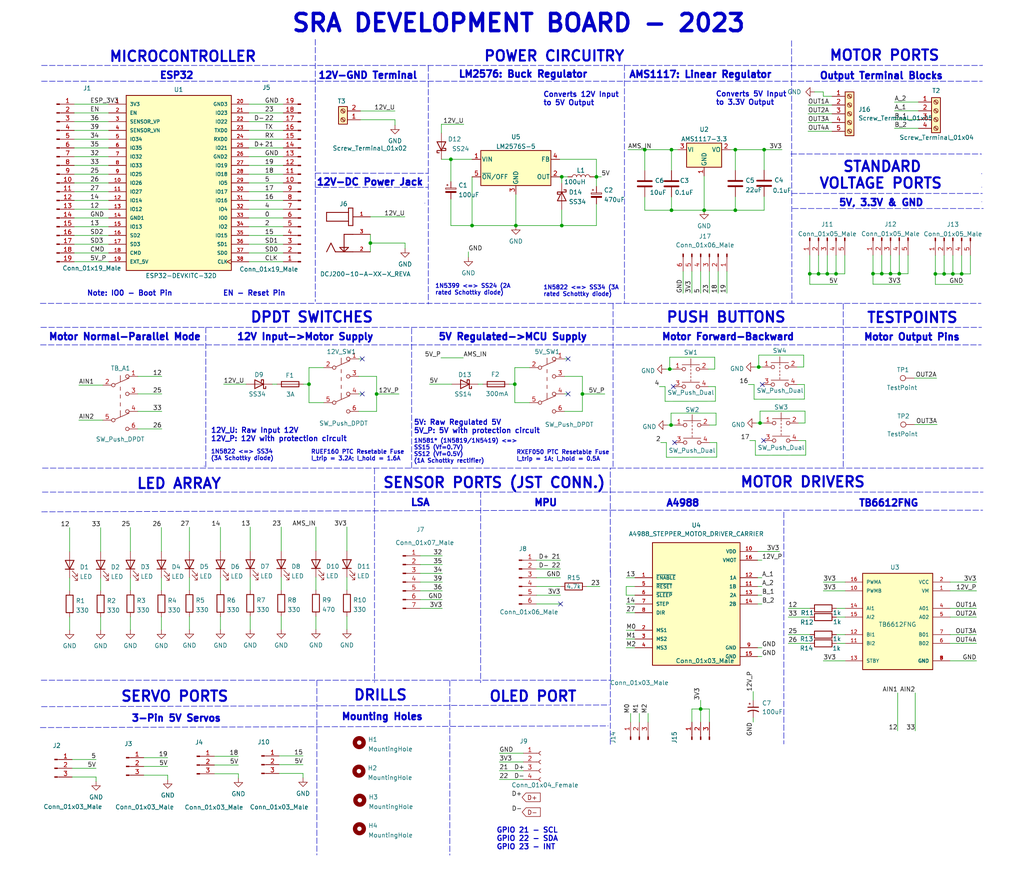
<source format=kicad_sch>
(kicad_sch (version 20211123) (generator eeschema)
  (paper "User" 297.002 259.994)
  (junction (at 220.0402 106.5022))
  (junction (at 186.9948 43.434))
  (junction (at 239.9284 79.4512))
  (junction (at 162.9156 51.308))
  (junction (at 276.352 79.4766))
  (junction (at 109.22 114.3254))
  (junction (at 260.8072 79.4258))
  (junction (at 213.2584 43.434))
  (junction (at 204.216 61.0108))
  (junction (at 271.272 79.4766))
  (junction (at 130.7592 46.228))
  (junction (at 168.91 114.3254))
  (junction (at 213.2584 61.0108))
  (junction (at 255.7272 79.4258))
  (junction (at 258.2672 79.4258))
  (junction (at 107.4166 70.5358))
  (junction (at 194.7418 43.434))
  (junction (at 149.3012 111.4806))
  (junction (at 234.8484 79.4512))
  (junction (at 253.1872 79.4258))
  (junction (at 273.812 79.4766))
  (junction (at 162.9156 65.4558))
  (junction (at 149.606 65.4558))
  (junction (at 242.4684 79.4512))
  (junction (at 237.3884 79.4512))
  (junction (at 203.2 205.74))
  (junction (at 172.974 51.308))
  (junction (at 194.6148 123.3424))
  (junction (at 221.615 43.434))
  (junction (at 136.906 65.4558))
  (junction (at 194.2338 107.1118))
  (junction (at 278.892 79.4766))
  (junction (at 89.6112 111.4806))
  (junction (at 220.4212 122.7582))
  (junction (at 194.7418 61.0108))
  (no_connect (at 164.7444 114.3))
  (no_connect (at 195.6562 128.4224))
  (no_connect (at 105.0544 114.3))
  (no_connect (at 162.56 175.26))
  (no_connect (at 105.0544 104.14))
  (no_connect (at 164.7444 104.14))
  (no_connect (at 221.4626 127.8382))
  (no_connect (at 195.2752 112.1918))
  (no_connect (at 221.0816 111.5822))
  (wire (pts (xy 163.7284 104.14) (xy 164.7444 104.14)))
  (wire (pts (xy 134.3914 103.8352) (xy 127.889 103.8352)))
  (wire (pts (xy 221.615 56.9976) (xy 221.615 61.0108)))
  (polyline (pts (xy 370.1796 138.2014) (xy 370.205 138.2014)))
  (wire (pts (xy 54.9402 167.5638) (xy 54.9402 171.2976)))
  (wire (pts (xy 218.694 111.5822) (xy 218.694 115.8494)))
  (wire (pts (xy 109.22 114.3254) (xy 115.7224 114.3254)))
  (wire (pts (xy 72.5678 159.893) (xy 72.5678 152.9334)))
  (wire (pts (xy 218.9734 106.5022) (xy 220.0402 106.5022)))
  (wire (pts (xy 218.44 200.66) (xy 218.44 203.2)))
  (wire (pts (xy 219.71 172.72) (xy 220.98 172.72)))
  (wire (pts (xy 275.59 168.91) (xy 283.21 168.91)))
  (wire (pts (xy 281.432 79.4766) (xy 281.432 74.1172)))
  (wire (pts (xy 200.66 205.74) (xy 203.2 205.74)))
  (wire (pts (xy 219.71 162.56) (xy 220.98 162.56)))
  (wire (pts (xy 46.8122 160.02) (xy 46.8122 153.0604)))
  (wire (pts (xy 253.1872 79.4258) (xy 255.7272 79.4258)))
  (wire (pts (xy 220.0402 106.5022) (xy 220.0402 103.0478)))
  (wire (pts (xy 21.5138 35.306) (xy 31.5214 35.306)))
  (polyline (pts (xy 229.362 44.6786) (xy 284.5816 44.6786)))
  (wire (pts (xy 242.57 179.07) (xy 245.11 179.07)))
  (wire (pts (xy 219.075 127.8382) (xy 219.075 132.1054)))
  (wire (pts (xy 198.12 78.74) (xy 198.12 85.09)))
  (wire (pts (xy 72.5678 178.8668) (xy 72.5678 182.6768)))
  (wire (pts (xy 258.2672 79.4258) (xy 260.8072 79.4258)))
  (wire (pts (xy 233.299 111.5822) (xy 231.2416 111.5822)))
  (polyline (pts (xy 124.206 19.05) (xy 124.206 88.2142)))
  (wire (pts (xy 276.352 79.4766) (xy 278.892 79.4766)))
  (wire (pts (xy 181.61 175.26) (xy 184.15 175.26)))
  (wire (pts (xy 193.2686 128.4224) (xy 193.2686 132.6896)))
  (wire (pts (xy 72.5678 167.513) (xy 72.5678 171.2468)))
  (wire (pts (xy 128.016 46.228) (xy 130.7592 46.228)))
  (wire (pts (xy 20.193 160.0708) (xy 20.193 153.1112)))
  (wire (pts (xy 237.3884 79.4512) (xy 239.9284 79.4512)))
  (polyline (pts (xy 181.102 18.796) (xy 181.102 87.9602)))
  (wire (pts (xy 89.6112 106.68) (xy 89.6112 111.4806)))
  (wire (pts (xy 138.6586 111.4806) (xy 140.0302 111.4806)))
  (wire (pts (xy 203.2 78.74) (xy 203.2 85.09)))
  (wire (pts (xy 181.61 185.42) (xy 184.15 185.42)))
  (wire (pts (xy 162.9156 60.8076) (xy 162.9156 65.4558)))
  (wire (pts (xy 172.974 59.182) (xy 172.974 65.4558)))
  (wire (pts (xy 271.272 74.1172) (xy 271.272 79.4766)))
  (wire (pts (xy 194.2338 107.1118) (xy 195.2752 107.1118)))
  (wire (pts (xy 104.0384 109.22) (xy 109.22 109.22)))
  (wire (pts (xy 29.1846 167.6908) (xy 29.1846 171.4246)))
  (wire (pts (xy 41.6814 222.4024) (xy 48.641 222.4024)))
  (wire (pts (xy 181.61 187.96) (xy 184.15 187.96)))
  (wire (pts (xy 194.6148 123.3424) (xy 194.6148 119.888)))
  (wire (pts (xy 220.0402 103.0478) (xy 233.0958 103.0478)))
  (wire (pts (xy 258.2672 74.0664) (xy 258.2672 79.4258)))
  (polyline (pts (xy 119.38 95.25) (xy 119.38 136.1694)))
  (wire (pts (xy 238.76 171.45) (xy 245.11 171.45)))
  (wire (pts (xy 21.5138 50.546) (xy 31.5214 50.546)))
  (wire (pts (xy 184.15 172.72) (xy 181.61 172.72)))
  (wire (pts (xy 260.8072 74.0664) (xy 260.8072 79.4258)))
  (wire (pts (xy 130.7592 65.4558) (xy 136.906 65.4558)))
  (wire (pts (xy 48.641 224.9424) (xy 48.641 226.2124)))
  (wire (pts (xy 162.9156 51.308) (xy 164.6936 51.308)))
  (wire (pts (xy 72.1614 60.706) (xy 82.169 60.706)))
  (wire (pts (xy 21.5138 75.946) (xy 31.5214 75.946)))
  (wire (pts (xy 275.59 171.45) (xy 283.21 171.45)))
  (polyline (pts (xy 284.7086 54.3052) (xy 284.7086 54.3306)))
  (wire (pts (xy 130.7592 46.228) (xy 136.906 46.228)))
  (polyline (pts (xy 284.5816 44.6786) (xy 284.5816 44.7802)))
  (wire (pts (xy 241.3 33.02) (xy 234.3404 33.02)))
  (wire (pts (xy 238.76 26.67) (xy 238.76 27.94)))
  (polyline (pts (xy 177.0634 197.3326) (xy 177.0634 165.5826)))
  (wire (pts (xy 181.61 167.64) (xy 184.15 167.64)))
  (wire (pts (xy 265.2776 123.19) (xy 271.78 123.19)))
  (wire (pts (xy 107.4166 62.9158) (xy 117.4242 62.9158)))
  (wire (pts (xy 155.6004 162.56) (xy 162.56 162.56)))
  (wire (pts (xy 147.6502 111.4806) (xy 149.3012 111.4806)))
  (wire (pts (xy 181.61 177.8) (xy 184.15 177.8)))
  (wire (pts (xy 135.8392 73.0758) (xy 135.8392 74.6506)))
  (polyline (pts (xy 91.4146 54.3814) (xy 124.206 54.356)))
  (wire (pts (xy 260.8072 79.4258) (xy 263.3472 79.4258)))
  (wire (pts (xy 100.6094 178.8414) (xy 100.6094 182.6514)))
  (wire (pts (xy 233.68 127.8382) (xy 231.6226 127.8382)))
  (wire (pts (xy 241.3 38.1) (xy 234.3404 38.1)))
  (wire (pts (xy 72.1614 55.626) (xy 82.169 55.626)))
  (wire (pts (xy 213.2584 57.0738) (xy 213.2584 61.0108)))
  (wire (pts (xy 219.3544 122.7582) (xy 220.4212 122.7582)))
  (wire (pts (xy 149.606 56.388) (xy 149.606 65.4558)))
  (wire (pts (xy 234.8484 79.4512) (xy 234.8484 82.4992)))
  (wire (pts (xy 220.4212 119.3038) (xy 233.4768 119.3038)))
  (polyline (pts (xy 12.0904 148.5138) (xy 176.784 148.0312)))
  (wire (pts (xy 220.4212 122.7582) (xy 220.4212 119.3038)))
  (wire (pts (xy 41.6814 219.8624) (xy 48.641 219.8624)))
  (wire (pts (xy 194.2338 103.6574) (xy 207.2894 103.6574)))
  (wire (pts (xy 207.8736 132.6642) (xy 207.8736 128.4224)))
  (wire (pts (xy 149.606 65.4558) (xy 162.9156 65.4558)))
  (wire (pts (xy 242.57 184.15) (xy 245.11 184.15)))
  (wire (pts (xy 233.68 132.08) (xy 233.68 127.8382)))
  (wire (pts (xy 72.1614 42.926) (xy 82.169 42.926)))
  (wire (pts (xy 63.9318 167.5638) (xy 63.9318 171.2976)))
  (wire (pts (xy 172.974 51.308) (xy 172.974 54.102)))
  (wire (pts (xy 278.892 79.4766) (xy 281.432 79.4766)))
  (wire (pts (xy 117.475 70.5358) (xy 117.475 72.1106)))
  (wire (pts (xy 114.554 34.7472) (xy 114.554 36.322)))
  (wire (pts (xy 168.91 109.22) (xy 168.91 114.3254)))
  (polyline (pts (xy 229.5652 56.134) (xy 284.9118 56.134)))
  (wire (pts (xy 89.6112 116.84) (xy 93.8784 116.84)))
  (polyline (pts (xy 12.0396 23.5712) (xy 284.8864 23.5712)))
  (wire (pts (xy 63.9318 159.9438) (xy 63.9318 152.9842)))
  (wire (pts (xy 104.0384 114.3) (xy 105.0544 114.3)))
  (polyline (pts (xy 139.3952 142.7226) (xy 139.3952 198.0184)))
  (wire (pts (xy 186.9948 43.434) (xy 194.7418 43.434)))
  (wire (pts (xy 203.2 209.55) (xy 203.2 205.74)))
  (wire (pts (xy 273.812 74.1172) (xy 273.812 79.4766)))
  (wire (pts (xy 231.2416 106.5022) (xy 233.0958 106.5022)))
  (wire (pts (xy 271.272 79.4766) (xy 273.812 79.4766)))
  (wire (pts (xy 255.7272 74.0664) (xy 255.7272 79.4258)))
  (polyline (pts (xy 12.2936 135.8392) (xy 285.1404 135.8392)))
  (wire (pts (xy 130.7592 57.7596) (xy 130.7592 65.4558)))
  (wire (pts (xy 72.1614 53.086) (xy 82.169 53.086)))
  (wire (pts (xy 46.8122 167.64) (xy 46.8122 171.3738)))
  (wire (pts (xy 121.92 173.99) (xy 128.27 173.99)))
  (wire (pts (xy 228.6 176.53) (xy 234.95 176.53)))
  (wire (pts (xy 234.8484 79.4512) (xy 237.3884 79.4512)))
  (wire (pts (xy 194.6148 119.888) (xy 207.6704 119.888)))
  (polyline (pts (xy 12.2682 142.7988) (xy 285.115 142.7988)))
  (wire (pts (xy 218.44 208.28) (xy 218.44 209.55)))
  (wire (pts (xy 100.6094 159.8676) (xy 100.6094 152.908)))
  (wire (pts (xy 172.974 46.228) (xy 172.974 51.308)))
  (wire (pts (xy 21.5138 40.386) (xy 31.5214 40.386)))
  (polyline (pts (xy 12.0142 205.0542) (xy 176.7078 204.5716)))
  (wire (pts (xy 41.6814 224.9424) (xy 48.641 224.9424)))
  (wire (pts (xy 191.2366 112.1918) (xy 192.8876 112.1918)))
  (wire (pts (xy 168.91 114.3254) (xy 175.4124 114.3254)))
  (wire (pts (xy 241.3 35.56) (xy 234.3404 35.56)))
  (wire (pts (xy 21.5138 60.706) (xy 31.5214 60.706)))
  (wire (pts (xy 172.974 65.4558) (xy 162.9156 65.4558)))
  (wire (pts (xy 260.3171 212.0701) (xy 260.35 201.0664)))
  (wire (pts (xy 80.9244 221.8944) (xy 87.884 221.8944)))
  (wire (pts (xy 186.9948 61.0108) (xy 194.7418 61.0108)))
  (wire (pts (xy 205.4352 107.1118) (xy 207.2894 107.1118)))
  (wire (pts (xy 233.299 115.824) (xy 233.299 111.5822)))
  (wire (pts (xy 104.0384 104.14) (xy 105.0544 104.14)))
  (wire (pts (xy 172.974 51.308) (xy 174.3964 51.308)))
  (wire (pts (xy 193.167 107.1118) (xy 194.2338 107.1118)))
  (wire (pts (xy 155.6004 170.18) (xy 162.56 170.18)))
  (wire (pts (xy 91.6178 178.8414) (xy 91.6178 182.6514)))
  (wire (pts (xy 275.59 176.53) (xy 283.21 176.53)))
  (wire (pts (xy 213.2584 43.434) (xy 221.615 43.434)))
  (wire (pts (xy 271.272 79.4766) (xy 271.272 82.5246)))
  (wire (pts (xy 107.4166 67.9958) (xy 107.4166 70.5358)))
  (wire (pts (xy 185.42 209.55) (xy 185.42 207.01)))
  (wire (pts (xy 155.6004 165.1) (xy 162.56 165.1)))
  (wire (pts (xy 121.92 176.53) (xy 128.27 176.53)))
  (wire (pts (xy 72.1614 68.326) (xy 82.169 68.326)))
  (wire (pts (xy 20.9042 222.9358) (xy 27.8638 222.9358)))
  (wire (pts (xy 54.9402 159.9438) (xy 54.9402 152.9842)))
  (wire (pts (xy 37.8206 160.02) (xy 37.8206 153.0604)))
  (wire (pts (xy 203.2 203.2) (xy 203.2 205.74)))
  (polyline (pts (xy 124.206 54.356) (xy 124.206 54.356)))
  (wire (pts (xy 181.61 182.88) (xy 184.15 182.88)))
  (polyline (pts (xy 124.206 50.292) (xy 124.206 50.292)))
  (wire (pts (xy 72.1614 50.546) (xy 82.169 50.546)))
  (wire (pts (xy 233.4768 119.3038) (xy 233.4768 122.7582)))
  (wire (pts (xy 237.3884 74.0918) (xy 237.3884 79.4512)))
  (wire (pts (xy 275.59 186.69) (xy 283.21 186.69)))
  (wire (pts (xy 207.4926 116.4336) (xy 207.4926 112.1918)))
  (wire (pts (xy 205.74 78.74) (xy 205.74 85.09)))
  (wire (pts (xy 72.1614 45.466) (xy 82.169 45.466)))
  (wire (pts (xy 239.9284 74.0918) (xy 239.9284 79.4512)))
  (wire (pts (xy 204.216 51.054) (xy 204.216 61.0108)))
  (wire (pts (xy 181.61 172.72) (xy 181.61 170.18)))
  (wire (pts (xy 275.59 184.15) (xy 283.21 184.15)))
  (wire (pts (xy 91.6178 167.4876) (xy 91.6178 171.2214)))
  (wire (pts (xy 20.193 179.0446) (xy 20.193 182.8546)))
  (polyline (pts (xy 229.5652 11.811) (xy 229.6668 87.884)))
  (wire (pts (xy 213.2584 61.0108) (xy 221.615 61.0108)))
  (wire (pts (xy 255.7272 79.4258) (xy 258.2672 79.4258)))
  (wire (pts (xy 21.5138 73.406) (xy 31.5214 73.406)))
  (wire (pts (xy 173.99 170.18) (xy 170.18 170.18)))
  (wire (pts (xy 151.765 226.187) (xy 144.8054 226.187)))
  (wire (pts (xy 93.8784 106.68) (xy 89.6112 106.68)))
  (wire (pts (xy 194.6148 123.3424) (xy 195.6562 123.3424)))
  (wire (pts (xy 192.8876 116.459) (xy 207.4926 116.4336)))
  (wire (pts (xy 130.7592 46.228) (xy 130.7592 52.6796)))
  (polyline (pts (xy 12.0396 18.9992) (xy 284.8864 18.9992)))
  (wire (pts (xy 172.3136 51.308) (xy 172.974 51.308)))
  (wire (pts (xy 168.91 114.3254) (xy 168.91 119.38)))
  (wire (pts (xy 181.61 170.18) (xy 184.15 170.18)))
  (polyline (pts (xy 11.938 197.3834) (xy 177.0126 197.3834)))
  (wire (pts (xy 21.5138 37.846) (xy 31.5214 37.846)))
  (wire (pts (xy 62.1792 224.536) (xy 69.1388 224.536)))
  (polyline (pts (xy 284.734 58.5216) (xy 284.734 58.547)))
  (wire (pts (xy 153.5684 106.68) (xy 149.3012 106.68)))
  (wire (pts (xy 29.8196 111.76) (xy 22.86 111.76)))
  (wire (pts (xy 109.22 109.22) (xy 109.22 114.3254)))
  (wire (pts (xy 275.59 191.77) (xy 283.21 191.77)))
  (wire (pts (xy 266.3698 34.6964) (xy 259.4102 34.6964)))
  (wire (pts (xy 87.884 224.4344) (xy 87.884 225.7044)))
  (wire (pts (xy 21.5138 70.866) (xy 31.5214 70.866)))
  (polyline (pts (xy 91.8972 197.4088) (xy 91.8972 248.1072)))
  (wire (pts (xy 191.6176 128.4224) (xy 193.2686 128.4224)))
  (wire (pts (xy 39.9796 124.46) (xy 46.9392 124.46)))
  (wire (pts (xy 253.1872 74.0664) (xy 253.1872 79.4258)))
  (wire (pts (xy 242.4684 74.0918) (xy 242.4684 79.4512)))
  (polyline (pts (xy 11.8364 94.996) (xy 284.6832 94.996)))
  (wire (pts (xy 151.765 221.107) (xy 144.8054 221.107)))
  (wire (pts (xy 155.6004 175.26) (xy 162.56 175.26)))
  (wire (pts (xy 245.0084 79.4512) (xy 245.0084 74.0918)))
  (wire (pts (xy 29.1846 179.0446) (xy 29.1846 182.8546)))
  (wire (pts (xy 242.57 176.53) (xy 245.11 176.53)))
  (wire (pts (xy 265.43 212.09) (xy 265.43 201.0664)))
  (wire (pts (xy 21.5138 45.466) (xy 31.5214 45.466)))
  (wire (pts (xy 89.6112 111.4806) (xy 89.6112 116.84)))
  (wire (pts (xy 208.28 78.74) (xy 208.28 85.09)))
  (wire (pts (xy 242.57 186.69) (xy 245.11 186.69)))
  (wire (pts (xy 37.8206 178.9938) (xy 37.8206 182.8038)))
  (wire (pts (xy 205.74 209.55) (xy 205.74 205.74)))
  (wire (pts (xy 193.548 123.3424) (xy 194.6148 123.3424)))
  (wire (pts (xy 236.22 26.67) (xy 238.76 26.67)))
  (wire (pts (xy 219.71 167.64) (xy 220.98 167.64)))
  (polyline (pts (xy 227.33 148.59) (xy 227.33 215.9)))
  (wire (pts (xy 238.76 191.77) (xy 245.11 191.77)))
  (wire (pts (xy 39.9796 119.38) (xy 46.9392 119.38)))
  (polyline (pts (xy 284.7086 50.3428) (xy 284.7086 50.4444)))
  (wire (pts (xy 100.6094 167.4876) (xy 100.6094 171.2214)))
  (wire (pts (xy 128.016 36.068) (xy 134.5184 36.068)))
  (wire (pts (xy 233.0958 103.0478) (xy 233.0958 106.5022)))
  (wire (pts (xy 81.5594 159.893) (xy 81.5594 152.9334)))
  (wire (pts (xy 266.3698 32.1564) (xy 259.4102 32.1564)))
  (wire (pts (xy 273.812 79.4766) (xy 276.352 79.4766)))
  (wire (pts (xy 62.1792 221.996) (xy 69.1388 221.996)))
  (wire (pts (xy 121.92 161.29) (xy 128.27 161.29)))
  (wire (pts (xy 194.7418 61.0108) (xy 204.216 61.0108)))
  (polyline (pts (xy 284.8864 18.8976) (xy 284.8864 18.9992)))
  (polyline (pts (xy 177.0126 216.0016) (xy 177.0126 197.3834)))
  (polyline (pts (xy 11.684 88.0364) (xy 284.5308 88.0364)))
  (wire (pts (xy 168.91 119.38) (xy 163.7284 119.38)))
  (wire (pts (xy 163.7284 114.3) (xy 164.7444 114.3)))
  (polyline (pts (xy 244.5512 88.0872) (xy 244.5512 135.9408)))
  (wire (pts (xy 217.424 127.8382) (xy 219.075 127.8382)))
  (wire (pts (xy 207.8736 128.4224) (xy 205.8162 128.4224)))
  (wire (pts (xy 21.5138 55.626) (xy 31.5214 55.626)))
  (wire (pts (xy 151.765 223.647) (xy 144.8054 223.647)))
  (wire (pts (xy 20.9042 225.4758) (xy 27.8638 225.4758)))
  (wire (pts (xy 72.1614 40.386) (xy 82.169 40.386)))
  (wire (pts (xy 220.0402 106.5022) (xy 221.0816 106.5022)))
  (wire (pts (xy 71.3486 111.4806) (xy 64.8462 111.4806)))
  (wire (pts (xy 21.5138 68.326) (xy 31.5214 68.326)))
  (wire (pts (xy 221.615 49.3776) (xy 221.615 43.434)))
  (wire (pts (xy 192.8876 112.1918) (xy 192.8876 116.459)))
  (wire (pts (xy 54.9402 178.9176) (xy 54.9402 182.7276)))
  (wire (pts (xy 228.6 179.07) (xy 234.95 179.07)))
  (wire (pts (xy 278.892 74.1172) (xy 278.892 79.4766)))
  (wire (pts (xy 72.1614 37.846) (xy 82.169 37.846)))
  (wire (pts (xy 72.1614 35.306) (xy 82.169 35.306)))
  (wire (pts (xy 39.9796 109.22) (xy 46.9392 109.22)))
  (wire (pts (xy 182.88 209.55) (xy 182.88 207.01)))
  (wire (pts (xy 205.8162 123.3424) (xy 207.6704 123.3424)))
  (wire (pts (xy 29.1846 160.0708) (xy 29.1846 153.1112)))
  (wire (pts (xy 182.118 43.434) (xy 186.9948 43.434)))
  (wire (pts (xy 194.7418 43.434) (xy 196.596 43.434)))
  (polyline (pts (xy 11.684 211.1248) (xy 176.3776 210.6422)))
  (wire (pts (xy 194.2338 107.1118) (xy 194.2338 103.6574)))
  (wire (pts (xy 162.306 51.308) (xy 162.9156 51.308)))
  (wire (pts (xy 128.016 36.068) (xy 128.016 38.608)))
  (polyline (pts (xy 176.9872 148.0566) (xy 285.0134 148.0566)))
  (wire (pts (xy 72.1614 70.866) (xy 82.169 70.866)))
  (wire (pts (xy 231.6226 122.7582) (xy 233.4768 122.7582)))
  (wire (pts (xy 69.1388 224.536) (xy 69.1388 225.806)))
  (wire (pts (xy 72.1614 48.006) (xy 82.169 48.006)))
  (polyline (pts (xy 91.44 11.43) (xy 91.44 87.4776)))
  (wire (pts (xy 149.3012 106.68) (xy 149.3012 111.4806)))
  (wire (pts (xy 193.2686 132.6896) (xy 207.8736 132.6642)))
  (wire (pts (xy 200.66 78.74) (xy 200.66 85.09)))
  (wire (pts (xy 253.1872 82.4738) (xy 261.2644 82.4738)))
  (wire (pts (xy 62.1792 219.456) (xy 69.1388 219.456)))
  (wire (pts (xy 239.9284 79.4512) (xy 242.4684 79.4512)))
  (wire (pts (xy 136.906 65.4558) (xy 149.606 65.4558)))
  (wire (pts (xy 234.8484 74.0918) (xy 234.8484 79.4512)))
  (wire (pts (xy 187.96 209.55) (xy 187.96 207.01)))
  (wire (pts (xy 211.836 43.434) (xy 213.2584 43.434)))
  (polyline (pts (xy 229.8446 60.5028) (xy 285.1912 60.5028)))
  (wire (pts (xy 21.5138 58.166) (xy 31.5214 58.166)))
  (wire (pts (xy 78.9686 111.4806) (xy 80.3402 111.4806)))
  (wire (pts (xy 219.71 175.26) (xy 220.98 175.26)))
  (wire (pts (xy 186.9948 43.434) (xy 186.9948 49.5046)))
  (wire (pts (xy 217.043 111.5822) (xy 218.694 111.5822)))
  (wire (pts (xy 21.5138 32.766) (xy 31.5214 32.766)))
  (wire (pts (xy 271.272 82.5246) (xy 279.3492 82.5246)))
  (wire (pts (xy 87.9602 111.4806) (xy 89.6112 111.4806)))
  (wire (pts (xy 200.66 209.55) (xy 200.66 205.74)))
  (wire (pts (xy 219.71 190.5) (xy 220.98 190.5)))
  (wire (pts (xy 104.5464 34.7472) (xy 114.554 34.7472)))
  (polyline (pts (xy 176.9872 165.989) (xy 176.9872 135.8646)))
  (wire (pts (xy 266.3698 37.2364) (xy 259.4102 37.2364)))
  (wire (pts (xy 213.2584 43.434) (xy 213.2584 49.4538)))
  (wire (pts (xy 253.1872 79.4258) (xy 253.1872 82.4738)))
  (wire (pts (xy 155.6004 172.72) (xy 162.56 172.72)))
  (wire (pts (xy 219.71 170.18) (xy 220.98 170.18)))
  (wire (pts (xy 218.694 115.8494) (xy 233.299 115.824)))
  (wire (pts (xy 21.5138 63.246) (xy 31.5214 63.246)))
  (wire (pts (xy 275.59 179.07) (xy 283.21 179.07)))
  (wire (pts (xy 109.22 119.38) (xy 104.0384 119.38)))
  (wire (pts (xy 207.6704 119.888) (xy 207.6704 123.3424)))
  (polyline (pts (xy 11.7348 100.076) (xy 284.5816 100.076)))
  (wire (pts (xy 151.765 218.567) (xy 144.8054 218.567)))
  (wire (pts (xy 21.5138 42.926) (xy 31.5214 42.926)))
  (wire (pts (xy 109.22 114.3254) (xy 109.22 119.38)))
  (polyline (pts (xy 130.4544 197.4596) (xy 130.4544 248.158)))
  (wire (pts (xy 234.8484 82.4992) (xy 242.9256 82.4992)))
  (wire (pts (xy 203.2 205.74) (xy 205.74 205.74)))
  (wire (pts (xy 21.5138 48.006) (xy 31.5214 48.006)))
  (wire (pts (xy 121.92 163.83) (xy 128.27 163.83)))
  (wire (pts (xy 104.5464 32.2072) (xy 114.554 32.2072)))
  (wire (pts (xy 27.8638 225.4758) (xy 27.8638 226.7458)))
  (wire (pts (xy 276.352 74.1172) (xy 276.352 79.4766)))
  (wire (pts (xy 238.76 168.91) (xy 245.11 168.91)))
  (wire (pts (xy 221.615 43.434) (xy 226.7966 43.434)))
  (polyline (pts (xy 177.8 88.0364) (xy 177.8 135.89)))
  (polyline (pts (xy 59.69 94.9706) (xy 59.69 135.89)))
  (wire (pts (xy 72.1614 73.406) (xy 82.169 73.406)))
  (wire (pts (xy 107.4166 70.5358) (xy 107.4166 73.0758)))
  (wire (pts (xy 121.92 171.45) (xy 128.27 171.45)))
  (wire (pts (xy 29.8196 121.92) (xy 22.86 121.92)))
  (polyline (pts (xy 165.4048 88.0364) (xy 165.227 88.0364)))
  (wire (pts (xy 21.5138 53.086) (xy 31.5214 53.086)))
  (wire (pts (xy 228.6 186.69) (xy 234.95 186.69)))
  (wire (pts (xy 72.1614 65.786) (xy 82.169 65.786)))
  (wire (pts (xy 238.76 27.94) (xy 241.3 27.94)))
  (wire (pts (xy 155.6004 167.64) (xy 162.56 167.64)))
  (wire (pts (xy 72.1614 63.246) (xy 82.169 63.246)))
  (wire (pts (xy 210.82 78.74) (xy 210.82 85.09)))
  (polyline (pts (xy 59.182 135.2804) (xy 59.3598 135.2804)))
  (wire (pts (xy 194.7418 43.434) (xy 194.7418 49.5046)))
  (wire (pts (xy 266.3698 29.6164) (xy 259.4102 29.6164)))
  (wire (pts (xy 219.71 187.96) (xy 220.98 187.96)))
  (wire (pts (xy 21.5138 30.226) (xy 31.5214 30.226)))
  (wire (pts (xy 149.3012 111.4806) (xy 149.3012 116.84)))
  (wire (pts (xy 136.906 51.308) (xy 136.906 65.4558)))
  (wire (pts (xy 80.9244 224.4344) (xy 87.884 224.4344)))
  (wire (pts (xy 91.6178 159.8676) (xy 91.6178 152.908)))
  (wire (pts (xy 81.5594 167.513) (xy 81.5594 171.2468)))
  (polyline (pts (xy 139.2936 198.0184) (xy 139.3952 198.0184)))
  (wire (pts (xy 162.9156 51.308) (xy 162.9156 53.1876)))
  (wire (pts (xy 107.4166 70.5358) (xy 117.475 70.5358)))
  (wire (pts (xy 81.5594 178.8668) (xy 81.5594 182.6768)))
  (wire (pts (xy 63.9318 178.9176) (xy 63.9318 182.7276)))
  (wire (pts (xy 21.5138 65.786) (xy 31.5214 65.786)))
  (polyline (pts (xy 177.0634 165.5826) (xy 177.0888 165.5826)))
  (wire (pts (xy 131.0386 111.4806) (xy 124.5362 111.4806)))
  (wire (pts (xy 121.92 166.37) (xy 128.27 166.37)))
  (wire (pts (xy 204.216 61.0108) (xy 213.2584 61.0108)))
  (polyline (pts (xy 91.4146 50.2412) (xy 124.206 50.292)))
  (wire (pts (xy 121.92 168.91) (xy 128.27 168.91)))
  (wire (pts (xy 46.8122 178.9938) (xy 46.8122 182.8038)))
  (wire (pts (xy 20.193 167.6908) (xy 20.193 171.4246)))
  (wire (pts (xy 207.2894 103.6574) (xy 207.2894 107.1118)))
  (wire (pts (xy 219.075 132.1054) (xy 233.68 132.08)))
  (wire (pts (xy 162.306 46.228) (xy 172.974 46.228)))
  (polyline (pts (xy 123.2154 58.928) (xy 123.2154 58.9788)))
  (wire (pts (xy 80.9244 219.3544) (xy 87.884 219.3544)))
  (wire (pts (xy 72.1614 58.166) (xy 82.169 58.166)))
  (wire (pts (xy 20.9042 220.3958) (xy 27.8638 220.3958)))
  (wire (pts (xy 263.3472 79.4258) (xy 263.3472 74.0664)))
  (wire (pts (xy 194.7418 57.1246) (xy 194.7418 61.0108)))
  (wire (pts (xy 242.4684 79.4512) (xy 245.0084 79.4512)))
  (wire (pts (xy 220.4212 122.7582) (xy 221.4626 122.7582)))
  (polyline (pts (xy 164.9476 135.4836) (xy 165.0238 135.4836)))
  (polyline (pts (xy 117.7036 87.9348) (xy 117.8052 87.9348)))
  (wire (pts (xy 37.8206 167.64) (xy 37.8206 171.3738)))
  (wire (pts (xy 163.7284 109.22) (xy 168.91 109.22)))
  (wire (pts (xy 72.1614 75.946) (xy 82.169 75.946)))
  (wire (pts (xy 186.9948 57.1246) (xy 186.9948 61.0108)))
  (polyline (pts (xy 108.6104 135.9154) (xy 108.6104 198.0184)))
  (wire (pts (xy 207.4926 112.1918) (xy 205.4352 112.1918)))
  (wire (pts (xy 72.1614 32.766) (xy 82.169 32.766)))
  (wire (pts (xy 241.3 30.48) (xy 234.3404 30.48)))
  (wire (pts (xy 265.1506 109.728) (xy 271.653 109.728)))
  (wire (pts (xy 39.9796 114.3) (xy 46.9392 114.3)))
  (wire (pts (xy 228.6 184.15) (xy 234.95 184.15)))
  (wire (pts (xy 149.3012 116.84) (xy 153.5684 116.84)))
  (wire (pts (xy 226.06 160.02) (xy 219.71 160.02)))
  (wire (pts (xy 72.1614 30.226) (xy 82.169 30.226)))
  (text "5V, 3.3V & GND" (at 243.1288 60.1472 0) (effects (font (size 2 2) (thickness 0.6) bold) (justify left bottom)))
  (text "RXEF050 PTC Resetable Fuse \nI_trip = 1A; I_hold = 0.5A" (at 149.7076 134.0104 0) (effects (font (size 1.2 1.2) bold) (justify left bottom)))
  (text "Mounting Holes" (at 98.9076 209.296 0) (effects (font (size 2 2) (thickness 0.6) bold) (justify left bottom)))
  (text "SRA DEVELOPMENT BOARD - 2023" (at 84.2772 9.8044 0) (effects (font (size 5 5) (thickness 1) bold) (justify left bottom)))
  (text "LED ARRAY" (at 39.4462 142.2654 0) (effects (font (size 3 3) (thickness 0.6) bold) (justify left bottom)))
  (text "12V_U: Raw Input 12V\n12V_P: 12V with protection circuit" (at 61.087 128.3462 0) (effects (font (size 1.5 1.5) bold) (justify left bottom)))
  (text "12V-GND Terminal" (at 92.1512 23.2156 0) (effects (font (size 2 2) (thickness 0.6) bold) (justify left bottom)))
  (text "1N5822 <=> SS34 (3A \nrated Schottky diode)" (at 157.5308 86.2076 0) (effects (font (size 1.2 1.2) bold) (justify left bottom)))
  (text "Output Terminal Blocks" (at 237.5662 23.3172 0) (effects (font (size 2 2) (thickness 0.6) bold) (justify left bottom)))
  (text "LSA" (at 118.9482 147.1676 0) (effects (font (size 2 2) (thickness 0.6) bold) (justify left bottom)))
  (text "MPU" (at 154.7368 147.2184 0) (effects (font (size 2 2) (thickness 0.6) bold) (justify left bottom)))
  (text "Converts 5V Input \nto 3.3V Output" (at 207.518 30.734 0) (effects (font (size 1.5 1.5) bold) (justify left bottom)))
  (text "DRILLS" (at 102.362 203.6572 0) (effects (font (size 3 3) (thickness 0.6) bold) (justify left bottom)))
  (text "SENSOR PORTS (JST CONN.)" (at 110.871 142.0114 0) (effects (font (size 3 3) (thickness 0.6) bold) (justify left bottom)))
  (text "A4988\n" (at 193.04 147.32 0) (effects (font (size 2 2) (thickness 0.6) bold) (justify left bottom)))
  (text "1N5399 <=> SS24 (2A \nrated Schottky diode)" (at 126.1364 85.7758 0) (effects (font (size 1.2 1.2) bold) (justify left bottom)))
  (text "DPDT SWITCHES" (at 72.39 93.98 0) (effects (font (size 3 3) (thickness 0.6) bold) (justify left bottom)))
  (text "5V: Raw Regulated 5V\n5V_P: 5V with protection circuit" (at 119.9388 126.0094 0) (effects (font (size 1.5 1.5) bold) (justify left bottom)))
  (text "Note: IO0 - Boot Pin             EN - Reset Pin" (at 25.146 86.106 0) (effects (font (size 1.5 1.5) bold) (justify left bottom)))
  (text "POWER CIRCUITRY" (at 140.1318 18.2118 0) (effects (font (size 3 3) (thickness 0.6) bold) (justify left bottom)))
  (text "ESP32" (at 46.1518 23.2156 0) (effects (font (size 2 2) (thickness 0.6) bold) (justify left bottom)))
  (text "RUEF160 PTC Resetable Fuse \nI_trip = 3.2A; I_hold = 1.6A" (at 90.1192 133.9088 0) (effects (font (size 1.2 1.2) bold) (justify left bottom)))
  (text "LM2576: Buck Regulator" (at 132.842 22.86 0) (effects (font (size 2 2) (thickness 0.6) bold) (justify left bottom)))
  (text "MICROCONTROLLER" (at 31.496 18.3388 0) (effects (font (size 3 3) (thickness 0.6) bold) (justify left bottom)))
  (text "GPIO 21 - SCL\nGPIO 22 - SDA\nGPIO 23 - INT\n" (at 143.9164 246.761 0) (effects (font (size 1.5 1.5) bold) (justify left bottom)))
  (text "TB6612FNG\n" (at 248.92 147.32 0) (effects (font (size 2 2) (thickness 0.6) bold) (justify left bottom)))
  (text "1N5822 <=> SS34 \n(3A Schottky diode)" (at 61.087 133.8326 0) (effects (font (size 1.2 1.2) bold) (justify left bottom)))
  (text "3-Pin 5V Servos" (at 37.9984 209.7532 0) (effects (font (size 2 2) (thickness 0.6) bold) (justify left bottom)))
  (text "SERVO PORTS" (at 34.8488 204.0128 0) (effects (font (size 3 3) (thickness 0.6) bold) (justify left bottom)))
  (text "1N581* (1N5819/1N5419) <=> \nSS15 (Vf=0.7V) \nSS12 (Vf=0.5V)\n(1A Schottky rectifier)" (at 119.9388 134.5692 0) (effects (font (size 1.2 1.2) bold) (justify left bottom)))
  (text "12V Input->Motor Supply" (at 68.58 99.06 0) (effects (font (size 2 2) (thickness 0.6) bold) (justify left bottom)))
  (text "5V Regulated->MCU Supply" (at 127 99.06 0) (effects (font (size 2 2) (thickness 0.6) bold) (justify left bottom)))
  (text "OLED PORT" (at 141.6812 204.0128 0) (effects (font (size 3 3) (thickness 0.6) bold) (justify left bottom)))
  (text "MOTOR PORTS\n\n" (at 240.3348 22.8346 0) (effects (font (size 3 3) (thickness 0.6) bold) (justify left bottom)))
  (text "Motor Output Pins" (at 250.3678 99.1362 0) (effects (font (size 2 2) (thickness 0.6) bold) (justify left bottom)))
  (text "MOTOR DRIVERS\n" (at 214.4776 141.8082 0) (effects (font (size 3 3) (thickness 0.6) bold) (justify left bottom)))
  (text "12V-DC Power Jack" (at 91.6686 54.1782 0) (effects (font (size 2 2) (thickness 0.6) bold) (justify left bottom)))
  (text "Converts 12V Input \nto 5V Output" (at 157.48 30.861 0) (effects (font (size 1.5 1.5) bold) (justify left bottom)))
  (text "TESTPOINTS" (at 251.206 94.107 0) (effects (font (size 3 3) (thickness 0.6) bold) (justify left bottom)))
  (text "PUSH BUTTONS" (at 193.04 93.98 0) (effects (font (size 3 3) (thickness 0.6) bold) (justify left bottom)))
  (text "Motor Forward-Backward" (at 191.77 99.06 0) (effects (font (size 2 2) (thickness 0.6) bold) (justify left bottom)))
  (text "AMS1117: Linear Regulator" (at 182.2704 22.9616 0) (effects (font (size 2 2) (thickness 0.6) bold) (justify left bottom)))
  (text "   STANDARD \nVOLTAGE PORTS" (at 237.3884 55.118 0) (effects (font (size 3 3) (thickness 0.6) bold) (justify left bottom)))
  (text "Motor Normal-Parallel Mode" (at 13.97 99.06 0) (effects (font (size 2 2) (thickness 0.6) bold) (justify left bottom)))
  (label "B_1" (at 220.98 172.72 0))
  (label "32" (at 26.1366 45.466 0))
  (label "GND" (at 218.44 209.55 270))
  (label "12" (at 26.1366 60.706 0))
  (label "3V3" (at 203.2 203.2 90))
  (label "25" (at 228.6 184.15 0))
  (label "12" (at 228.6 176.53 0))
  (label "27" (at 26.1366 55.626 0))
  (label "15" (at 76.7842 68.326 0))
  (label "33" (at 228.6 179.07 0))
  (label "17" (at 76.7842 55.626 0))
  (label "OUT2A" (at 271.653 109.728 180))
  (label "15" (at 87.884 219.3544 180))
  (label "27" (at 181.61 177.8 0))
  (label "5V" (at 124.5362 111.4806 0))
  (label "19" (at 48.641 219.8624 180))
  (label "RX" (at 76.7842 40.386 0))
  (label "12" (at 46.9392 109.22 180))
  (label "12V_U" (at 64.8462 111.4806 0))
  (label "5V" (at 174.3964 51.308 0))
  (label "13" (at 181.61 167.64 0))
  (label "CLK" (at 76.7842 75.946 0))
  (label "12V_P" (at 220.98 162.56 0))
  (label "19" (at 76.7842 48.006 0))
  (label "AIN2" (at 22.86 121.92 0))
  (label "26" (at 46.8122 153.0604 180))
  (label "12V_U" (at 117.4242 62.9158 180))
  (label "36" (at 128.27 171.45 180))
  (label "A_1" (at 220.98 167.64 0))
  (label "5V" (at 48.641 222.4024 180))
  (label "OUT3A" (at 283.21 184.15 180))
  (label "39" (at 26.1366 37.846 0))
  (label "B_1" (at 259.4102 34.6964 0))
  (label "SD2" (at 26.1366 68.326 0))
  (label "18" (at 69.1388 219.456 180))
  (label "34" (at 26.1366 40.386 0))
  (label "26" (at 26.1366 53.086 0))
  (label "5" (at 76.7842 53.086 0))
  (label "13" (at 72.5678 152.9334 180))
  (label "D+" (at 156.21 162.56 0))
  (label "OUT1A" (at 283.21 176.53 180))
  (label "5V_P" (at 26.1366 75.946 0))
  (label "3V3" (at 100.6094 152.908 180))
  (label "TX" (at 76.7842 37.846 0))
  (label "16" (at 76.7842 58.166 0))
  (label "M1" (at 185.42 207.01 90))
  (label "12V_P" (at 218.44 200.66 90))
  (label "D-" (at 151.4348 235.6612 180))
  (label "33" (at 26.1366 48.006 0))
  (label "AMS_IN" (at 134.3914 103.8352 0))
  (label "3V3" (at 144.8054 221.107 0))
  (label "B_2" (at 259.4102 37.2364 0))
  (label "12" (at 260.3171 212.0701 180))
  (label "39" (at 128.27 168.91 180))
  (label "21" (at 76.7842 42.926 0))
  (label "OUT3A" (at 234.3404 35.56 0))
  (label "A_2" (at 220.98 170.18 0))
  (label "GND" (at 144.8054 218.567 0))
  (label "3V3" (at 261.2644 82.4738 180))
  (label "5V_P" (at 175.4124 114.3254 180))
  (label "3V3" (at 238.76 168.91 0))
  (label "GND" (at 26.1366 63.246 0))
  (label "23" (at 76.7842 32.766 0))
  (label "25" (at 37.8206 153.0604 180))
  (label "OUT3A" (at 271.78 123.19 180))
  (label "SD0" (at 76.7842 73.406 0))
  (label "D-" (at 156.21 165.1 0))
  (label "26" (at 46.9392 124.46 180))
  (label "ESP_3V3" (at 26.1366 30.226 0))
  (label "GND" (at 76.7842 45.466 0))
  (label "OUT4A" (at 234.3404 38.1 0))
  (label "26" (at 228.6 186.69 0))
  (label "D+" (at 73.66 42.926 0))
  (label "18" (at 208.28 85.09 90))
  (label "3V3" (at 283.21 168.91 180))
  (label "4" (at 76.7842 60.706 0))
  (label "33" (at 29.1846 153.1112 180))
  (label "5V" (at 87.884 221.8944 180))
  (label "GND" (at 220.98 187.96 0))
  (label "23" (at 173.99 170.18 180))
  (label "GND" (at 283.21 191.77 180))
  (label "23" (at 205.74 85.09 90))
  (label "AIN2" (at 265.43 201.0664 180))
  (label "GND" (at 220.98 190.5 0))
  (label "A_2" (at 259.4102 29.6164 0))
  (label "12V_P" (at 283.21 171.45 180))
  (label "3V3" (at 226.06 160.02 180))
  (label "SD3" (at 26.1366 70.866 0))
  (label "36" (at 26.1366 35.306 0))
  (label "12V_U" (at 134.5184 36.068 180))
  (label "5V_P" (at 127.889 103.8352 180))
  (label "AIN1" (at 22.86 111.76 0))
  (label "0" (at 76.7842 63.246 0))
  (label "OUT2A" (at 234.3404 33.02 0))
  (label "3V3" (at 162.56 172.72 180))
  (label "33" (at 265.43 212.09 180))
  (label "M0" (at 182.88 207.01 90))
  (label "AMS_IN" (at 182.118 43.434 0))
  (label "14" (at 26.1366 58.166 0))
  (label "21" (at 162.56 162.56 180))
  (label "M2" (at 181.61 187.96 0))
  (label "5V" (at 69.1388 221.996 180))
  (label "2" (at 76.7842 65.786 0))
  (label "GND" (at 198.12 85.09 90))
  (label "35" (at 128.27 163.83 180))
  (label "18" (at 76.7842 50.546 0))
  (label "3V3" (at 238.76 171.45 0))
  (label "GND" (at 128.27 173.99 180))
  (label "GND" (at 135.8392 73.0758 0))
  (label "5V" (at 27.8638 222.9358 180))
  (label "25" (at 46.9392 114.3 180))
  (label "34" (at 128.27 166.37 180))
  (label "12V_U" (at 114.554 32.2072 180))
  (label "3V3" (at 226.7966 43.434 180))
  (label "D-" (at 73.66 35.306 0))
  (label "OUT4A" (at 283.21 186.69 180))
  (label "D+" (at 149.098 223.647 0))
  (label "AMS_IN" (at 91.6178 152.908 180))
  (label "4" (at 191.2366 112.1918 180))
  (label "OUT1A" (at 234.3404 30.48 0))
  (label "5" (at 203.2 85.09 90))
  (label "AIN1" (at 260.35 201.0664 180))
  (label "M2" (at 187.96 207.01 90))
  (label "25" (at 26.1366 50.546 0))
  (label "GND" (at 162.56 167.64 180))
  (label "D+" (at 151.4094 231.3686 180))
  (label "3V3" (at 200.66 85.09 90))
  (label "M0" (at 181.61 182.88 0))
  (label "22" (at 144.8054 226.187 0))
  (label "CMD" (at 26.1366 73.406 0))
  (label "EN" (at 26.1366 32.766 0))
  (label "14" (at 63.9318 152.9842 180))
  (label "32" (at 128.27 161.29 180))
  (label "27" (at 54.9402 152.9842 180))
  (label "3V3" (at 128.27 176.53 180))
  (label "5V" (at 242.9256 82.4992 180))
  (label "2" (at 191.6176 128.4224 180))
  (label "12" (at 20.193 153.1112 180))
  (label "23" (at 81.5594 152.9334 180))
  (label "35" (at 26.1366 42.926 0))
  (label "17" (at 217.424 127.8382 180))
  (label "A_1" (at 259.4102 32.1564 0))
  (label "GND" (at 279.3492 82.5246 180))
  (label "M1" (at 181.61 185.42 0))
  (label "33" (at 46.9392 119.38 180))
  (label "16" (at 217.043 111.5822 180))
  (label "22" (at 162.56 165.1 180))
  (label "13" (at 26.1366 65.786 0))
  (label "21" (at 144.8054 223.647 0))
  (label "GND" (at 76.7842 30.226 0))
  (label "D-" (at 149.098 226.187 0))
  (label "3V3" (at 238.76 191.77 0))
  (label "19" (at 210.82 85.09 90))
  (label "5" (at 27.8638 220.3958 180))
  (label "B_2" (at 220.98 175.26 0))
  (label "OUT2A" (at 283.21 179.07 180))
  (label "14" (at 181.61 175.26 0))
  (label "12V_P" (at 115.7224 114.3254 180))
  (label "22" (at 76.7842 35.306 0))
  (label "SD1" (at 76.7842 70.866 0))
  (global_label "D-" (shape input) (at 151.4348 235.6612 0) (property "Intersheet References" "${INTERSHEET_REFS}" (effects hide)))
  (global_label "D+" (shape input) (at 151.4094 231.3686 0) (property "Intersheet References" "${INTERSHEET_REFS}" (effects hide)))
  (symbol (lib_id "Device:R") (at 37.8206 175.1838 0) (unit 1)
    (property "Reference" "R3" (at 39.5986 174.2753 0) (effects (justify left)))
    (property "Value" "330" (at 39.5986 177.0504 0) (effects (justify left)))
    (property "Footprint" "Resistor_SMD:R_0603_1608Metric" (effects hide))
  )
  (symbol (lib_id "Connector:Conn_01x05_Male") (at 258.2672 68.9864 90) (mirror x) (unit 1)
    (property "Reference" "J12" (at 258.2672 65.0707 90))
    (property "Value" "Conn_01x05_Male" (at 258.2672 67.8458 90))
    (property "Footprint" "pin_header_connectors:1X05" (effects hide))
  )
  (symbol (lib_id "Device:R") (at 238.76 176.53 90) (unit 1)
    (property "Reference" "R11" (at 234.1372 177.8508 90))
    (property "Value" "1k" (at 242.7224 177.8254 90))
    (property "Footprint" "Resistor_SMD:R_1206_3216Metric" (effects hide))
  )
  (symbol (lib_id "Device:LED") (at 91.6178 163.6776 90) (unit 1)
    (property "Reference" "D10" (at 94.5388 164.3566 90) (effects (justify right)))
    (property "Value" "LED" (at 94.5388 167.1317 90) (effects (justify right)))
    (property "Footprint" "LED_SMD:LED_0603_1608Metric" (effects hide))
  )
  (symbol (lib_id "power:GND") (at 193.548 123.3424 270) (unit 1)
    (property "Reference" "#PWR0102" (effects hide))
    (property "Value" "GND" (at 190.3731 123.8214 90) (effects (justify right)))
  )
  (symbol (lib_id "Connector:Conn_01x06_Male") (at 150.5204 167.64 0) (unit 1)
    (property "Reference" "J8" (at 151.638 159.2326 0))
    (property "Value" "Conn_01x06_Male" (at 153.416 177.5968 0))
    (property "Footprint" "Connector_PinHeader_2.54mm:PinHeader_1x06_P2.54mm_Vertical" (effects hide))
  )
  (symbol (lib_id "Connector:Conn_01x05_Male") (at 276.352 69.0372 90) (mirror x) (unit 1)
    (property "Reference" "J13" (at 276.352 65.1215 90))
    (property "Value" "Conn_01x05_Male" (at 276.352 67.8966 90))
    (property "Footprint" "pin_header_connectors:1X05" (effects hide))
  )
  (symbol (lib_id "power:GND") (at 149.606 65.4558 0) (unit 1)
    (property "Reference" "#PWR017" (effects hide))
    (property "Value" "GND" (at 149.606 70.0183 0))
  )
  (symbol (lib_id "power:GND") (at 72.5678 182.6768 0) (unit 1)
    (property "Reference" "#PWR09" (effects hide))
    (property "Value" "GND" (at 72.5678 187.2393 0))
  )
  (symbol (lib_id "power:GND") (at 37.8206 182.8038 0) (unit 1)
    (property "Reference" "#PWR04" (effects hide))
    (property "Value" "GND" (at 37.8206 187.3663 0))
  )
  (symbol (lib_id "Connector:TestPoint") (at 265.1506 109.728 90) (unit 1)
    (property "Reference" "TP1" (at 261.874 107.315 90))
    (property "Value" "TestPoint" (at 261.5946 112.4966 90))
    (property "Footprint" "testpoint_pad:pad_1,27-2,54_smd" (effects hide))
  )
  (symbol (lib_id "Connector:Conn_01x03_Male") (at 36.6014 222.4024 0) (unit 1)
    (property "Reference" "J3" (at 37.2364 215.8197 0))
    (property "Value" "Conn_01x03_Male" (at 41.9354 234.188 0))
    (property "Footprint" "pin_header_connectors:1X03" (effects hide))
  )
  (symbol (lib_id "power:GND") (at 204.216 61.0108 0) (unit 1)
    (property "Reference" "#PWR020" (effects hide))
    (property "Value" "GND" (at 204.216 65.5733 0))
  )
  (symbol (lib_id "power:GND") (at 236.22 26.67 270) (unit 1)
    (property "Reference" "#PWR019" (effects hide))
    (property "Value" "GND" (at 232.41 26.6699 90) (effects (justify right)))
  )
  (symbol (lib_id "Device:LED") (at 20.193 163.8808 90) (unit 1)
    (property "Reference" "D1" (at 23.114 164.5598 90) (effects (justify right)))
    (property "Value" "LED" (at 23.114 167.3349 90) (effects (justify right)))
    (property "Footprint" "LED_SMD:LED_0603_1608Metric" (effects hide))
  )
  (symbol (lib_id "Switch:SW_Push_Dual") (at 200.7362 123.3424 0) (unit 1)
    (property "Reference" "SW2" (at 200.787 118.8974 0))
    (property "Value" "SW_Push_Dual" (at 200.7108 130.7338 0))
    (property "Footprint" "tactile_smd:spst_tactile_sw_2x02_smd" (effects hide))
  )
  (symbol (lib_id "power:GND") (at 87.884 225.7044 0) (unit 1)
    (property "Reference" "#PWR0101" (effects hide))
    (property "Value" "GND" (at 87.884 230.2669 0))
  )
  (symbol (lib_id "Switch:SW_Push_DPDT") (at 34.8996 116.84 0) (unit 1)
    (property "Reference" "TB_A1" (at 34.9504 106.8578 0))
    (property "Value" "SW_Push_DPDT" (at 34.8742 127.4572 0))
    (property "Footprint" "dpdt_tht:dpdt_sw_2x03_tht" (effects hide))
  )
  (symbol (lib_id "power:GND") (at 54.9402 182.7276 0) (unit 1)
    (property "Reference" "#PWR06" (effects hide))
    (property "Value" "GND" (at 54.9402 187.2901 0))
  )
  (symbol (lib_id "Connector:Conn_01x19_Male") (at 16.4338 53.086 0) (unit 1)
    (property "Reference" "J1" (at 25.273 25.6032 0))
    (property "Value" "Conn_01x19_Male" (at 26.6446 77.8256 0))
    (property "Footprint" "pin_header_connectors:1X19" (effects hide))
  )
  (symbol (lib_id "Mechanical:MountingHole") (at 104.2416 240.4872 0) (unit 1)
    (property "Reference" "H4" (at 106.7816 239.5787 0) (effects (justify left)))
    (property "Value" "MountingHole" (at 106.7816 242.3538 0) (effects (justify left)))
    (property "Footprint" "MountingHole:MountingHole_3.2mm_M3" (effects hide))
  )
  (symbol (lib_id "Device:R") (at 166.37 170.18 90) (unit 1)
    (property "Reference" "R15" (at 166.37 167.64 90))
    (property "Value" "4.7k" (at 166.37 170.18 90))
    (property "Footprint" "Resistor_SMD:R_0603_1608Metric" (effects hide))
  )
  (symbol (lib_id "Connector:Screw_Terminal_01x05") (at 246.38 33.02 0) (unit 1)
    (property "Reference" "J16" (at 248.92 31.7499 0) (effects (justify left)))
    (property "Value" "Screw_Terminal_01x05" (at 248.92 34.2899 0) (effects (justify left)))
    (property "Footprint" "TerminalBlock:TerminalBlock_bornier-5_P5.08mm" (effects hide))
  )
  (symbol (lib_id "dc_power_jack:DCJ200-10-A-XX-X_REVA") (at 99.7966 67.9958 0) (unit 1)
    (property "Reference" "J6" (at 99.6442 59.1566 0))
    (property "Value" "DCJ200-10-A-XX-X_REVA" (at 105.9434 79.5274 0))
    (property "Footprint" "Connector_BarrelJack:BarrelJack_Wuerth_6941xx301002" (effects hide))
    (property "MANUFACTURER" "GCT" (effects hide))
  )
  (symbol (lib_id "Switch:SW_Push_Dual") (at 226.1616 106.5022 0) (unit 1)
    (property "Reference" "SW4" (at 226.1108 101.7524 0))
    (property "Value" "SW_Push_Dual" (at 226.2378 113.3348 0))
    (property "Footprint" "tactile_smd:spst_tactile_sw_2x02_smd" (effects hide))
  )
  (symbol (lib_id "Diode:1N5822") (at 162.9156 56.9976 270) (unit 1)
    (property "Reference" "D14" (at 164.9476 55.7716 90) (effects (justify left)))
    (property "Value" "SS34" (at 164.9476 58.5467 90) (effects (justify left)))
    (property "Footprint" "Diode_SMD:D_SMB" (effects hide))
    (property "Datasheet" "http://www.vishay.com/docs/88526/1n5820.pdf" (effects hide))
  )
  (symbol (lib_id "power:GND") (at 63.9318 182.7276 0) (unit 1)
    (property "Reference" "#PWR07" (effects hide))
    (property "Value" "GND" (at 63.9318 187.2901 0))
  )
  (symbol (lib_id "Connector:Conn_01x04_Female") (at 156.845 221.107 0) (unit 1)
    (property "Reference" "J9" (at 150.6728 215.0872 0) (effects (justify left)))
    (property "Value" "Conn_01x04_Female" (at 148.3106 227.8126 0) (effects (justify left)))
    (property "Footprint" "pin_header_connectors:1X04" (effects hide))
  )
  (symbol (lib_id "Regulator_Switching:LM2576S-5") (at 149.606 48.768 0) (unit 1)
    (property "Reference" "U5" (at 149.606 39.7215 0))
    (property "Value" "LM2576S-5" (at 149.606 42.4966 0))
    (property "Footprint" "Package_TO_SOT_SMD:TO-263-5_TabPin3" (effects hide))
    (property "Datasheet" "http://www.ti.com/lit/ds/symlink/lm2576.pdf" (effects hide))
  )
  (symbol (lib_id "Device:R") (at 72.5678 175.0568 0) (unit 1)
    (property "Reference" "R7" (at 74.3458 174.1483 0) (effects (justify left)))
    (property "Value" "330" (at 74.3458 176.9234 0) (effects (justify left)))
    (property "Footprint" "Resistor_SMD:R_0603_1608Metric" (effects hide))
  )
  (symbol (lib_id "power:GND") (at 117.475 72.1106 0) (unit 1)
    (property "Reference" "#PWR015" (effects hide))
    (property "Value" "GND" (at 117.475 76.6731 0))
  )
  (symbol (lib_id "Device:C_Polarized_Small") (at 130.7592 55.2196 0) (unit 1)
    (property "Reference" "C1" (at 132.9182 53.765 0) (effects (justify left)))
    (property "Value" "100uF" (at 132.9182 56.5401 0) (effects (justify left)))
    (property "Footprint" "Capacitor_SMD:CP_Elec_6.3x7.7" (effects hide))
  )
  (symbol (lib_id "Device:R") (at 81.5594 175.0568 0) (unit 1)
    (property "Reference" "R8" (at 83.3374 174.1483 0) (effects (justify left)))
    (property "Value" "330" (at 83.3374 176.9234 0) (effects (justify left)))
    (property "Footprint" "Resistor_SMD:R_0603_1608Metric" (effects hide))
  )
  (symbol (lib_id "power:GND") (at 69.1388 225.806 0) (unit 1)
    (property "Reference" "#PWR012" (effects hide))
    (property "Value" "GND" (at 69.1388 230.3685 0))
  )
  (symbol (lib_id "Connector:Screw_Terminal_01x02") (at 99.4664 34.7472 180) (unit 1)
    (property "Reference" "T3" (at 99.06 29.3624 0))
    (property "Value" "Screw_Terminal_01x02" (at 107.2388 43.0276 0))
    (property "Footprint" "terminal_block:12V_1x02_tht" (effects hide))
  )
  (symbol (lib_id "TB6612FNG:ROB-14450") (at 260.35 181.61 0) (unit 1)
    (property "Reference" "U3" (at 259.5372 164.6174 0))
    (property "Value" "TB6612FNG" (at 260.2738 181.2036 0))
    (property "Footprint" "motor_driver:TB6612FNG_2" (effects hide))
    (property "PARTREV" "11-13-17" (effects hide))
    (property "MANUFACTURER" "Sparkfun Electronics" (effects hide))
    (property "STANDARD" "Manufacturer Recommendation" (effects hide))
  )
  (symbol (lib_id "Connector:Conn_01x06_Male") (at 205.74 73.66 270) (unit 1)
    (property "Reference" "J17" (at 204.47 68.58 90))
    (property "Value" "Conn_01x06_Male" (at 204.47 71.12 90))
    (property "Footprint" "Connector_PinHeader_2.54mm:PinHeader_1x06_P2.54mm_Vertical" (effects hide))
  )
  (symbol (lib_id "Switch:SW_Push_DPDT") (at 98.9584 111.76 0) (unit 1)
    (property "Reference" "12V_SW1" (at 98.9838 102.0572 0))
    (property "Value" "SW_Push_DPDT" (at 99.6442 122.8344 0))
    (property "Footprint" "dpdt_tht:dpdt_sw_2x03_tht" (effects hide))
  )
  (symbol (lib_id "Device:LED") (at 100.6094 163.6776 90) (unit 1)
    (property "Reference" "D11" (at 103.5304 164.3566 90) (effects (justify right)))
    (property "Value" "LED" (at 103.5304 167.1317 90) (effects (justify right)))
    (property "Footprint" "LED_SMD:LED_0603_1608Metric" (effects hide))
  )
  (symbol (lib_id "ESP32-DEVKITCv4-32D:ESP32-DEVKITC-32D") (at 51.8414 53.086 0) (unit 1)
    (property "Reference" "U1" (at 51.7906 26.0096 0))
    (property "Value" "ESP32-DEVKITC-32D" (at 52.5526 80.01 0))
    (property "Footprint" "MCU_ESP32:ESP32-DEVKITCv4-32D" (effects hide))
    (property "PARTREV" "4" (effects hide))
    (property "MANUFACTURER" "Espressif Systems" (effects hide))
  )
  (symbol (lib_id "power:GND") (at 219.3544 122.7582 270) (unit 1)
    (property "Reference" "#PWR0104" (effects hide))
    (property "Value" "GND" (at 216.1795 123.2372 90) (effects (justify right)))
  )
  (symbol (lib_id "Connector:Conn_01x03_Male") (at 203.2 214.63 90) (unit 1)
    (property "Reference" "J15" (at 195.58 213.995 0))
    (property "Value" "Conn_01x03_Male" (at 204.47 191.77 90))
    (property "Footprint" "Connector_PinHeader_2.54mm:PinHeader_1x03_P2.54mm_Vertical" (effects hide))
  )
  (symbol (lib_id "Switch:SW_Push_Dual") (at 200.3552 107.1118 0) (unit 1)
    (property "Reference" "SW1" (at 200.3552 102.2604 0))
    (property "Value" "SW_Push_Dual" (at 200.3552 113.919 0))
    (property "Footprint" "tactile_smd:spst_tactile_sw_2x02_smd" (effects hide))
  )
  (symbol (lib_id "Regulator_Linear:AMS1117-3.3") (at 204.216 43.434 0) (unit 1)
    (property "Reference" "U2" (at 204.216 37.5625 0))
    (property "Value" "AMS1117-3.3" (at 204.216 40.3376 0))
    (property "Footprint" "Package_TO_SOT_SMD:SOT-223-3_TabPin2" (effects hide))
    (property "Datasheet" "http://www.advanced-monolithic.com/pdf/ds1117.pdf" (effects hide))
  )
  (symbol (lib_id "Connector:Conn_01x05_Male") (at 239.9284 69.0118 90) (mirror x) (unit 1)
    (property "Reference" "J11" (at 239.9284 65.0961 90))
    (property "Value" "Conn_01x05_Male" (at 239.9284 67.8712 90))
    (property "Footprint" "pin_header_connectors:1X05" (effects hide))
  )
  (symbol (lib_id "power:GND") (at 218.9734 106.5022 270) (unit 1)
    (property "Reference" "#PWR0103" (effects hide))
    (property "Value" "GND" (at 215.7985 106.9812 90) (effects (justify right)))
  )
  (symbol (lib_id "Device:Fuse") (at 84.1502 111.4806 90) (unit 1)
    (property "Reference" "F1" (at 84.0486 108.9406 90))
    (property "Value" "3A" (at 84.2264 114.427 90))
    (property "Footprint" "RUEF150_3,2A_trip:RUEF160" (effects hide))
  )
  (symbol (lib_id "Device:R") (at 100.6094 175.0314 0) (unit 1)
    (property "Reference" "R10" (at 102.3874 174.1229 0) (effects (justify left)))
    (property "Value" "330" (at 102.3874 176.898 0) (effects (justify left)))
    (property "Footprint" "Resistor_SMD:R_0603_1608Metric" (effects hide))
  )
  (symbol (lib_id "Mechanical:MountingHole") (at 104.3432 232.2068 0) (unit 1)
    (property "Reference" "H3" (at 106.8832 231.2983 0) (effects (justify left)))
    (property "Value" "MountingHole" (at 106.8832 234.0734 0) (effects (justify left)))
    (property "Footprint" "MountingHole:MountingHole_3.2mm_M3" (effects hide))
  )
  (symbol (lib_id "Device:R") (at 91.6178 175.0314 0) (unit 1)
    (property "Reference" "R9" (at 93.3958 174.1229 0) (effects (justify left)))
    (property "Value" "470" (at 93.3958 176.898 0) (effects (justify left)))
    (property "Footprint" "Resistor_SMD:R_0603_1608Metric" (effects hide))
  )
  (symbol (lib_id "Device:C") (at 213.2584 53.2638 0) (unit 1)
    (property "Reference" "C5" (at 216.1794 52.3553 0) (effects (justify left)))
    (property "Value" "22uF" (at 216.1794 55.1304 0) (effects (justify left)))
    (property "Footprint" "Capacitor_SMD:C_0603_1608Metric" (effects hide))
  )
  (symbol (lib_id "power:GND") (at 81.5594 182.6768 0) (unit 1)
    (property "Reference" "#PWR010" (effects hide))
    (property "Value" "GND" (at 81.5594 187.2393 0))
  )
  (symbol (lib_id "Device:LED") (at 29.1846 163.8808 90) (unit 1)
    (property "Reference" "D2" (at 32.1056 164.5598 90) (effects (justify right)))
    (property "Value" "LED" (at 32.1056 167.3349 90) (effects (justify right)))
    (property "Footprint" "LED_SMD:LED_0603_1608Metric" (effects hide))
  )
  (symbol (lib_id "Diode:1N5822") (at 134.8486 111.4806 180) (unit 1)
    (property "Reference" "D13" (at 134.7978 108.7374 0))
    (property "Value" "SS14" (at 134.2898 114.3762 0))
    (property "Footprint" "Diode_SMD:D_SMA" (effects hide))
    (property "Datasheet" "http://www.vishay.com/docs/88526/1n5820.pdf" (effects hide))
  )
  (symbol (lib_id "Device:C_Polarized_Small_US") (at 218.44 205.74 0) (unit 1)
    (property "Reference" "C7" (at 220.98 204.0381 0) (effects (justify left)))
    (property "Value" "100uF" (at 220.98 206.5781 0) (effects (justify left)))
    (property "Footprint" "Capacitor_SMD:CP_Elec_6.3x7.7" (effects hide))
  )
  (symbol (lib_id "Connector:Screw_Terminal_01x04") (at 271.4498 32.1564 0) (unit 1)
    (property "Reference" "T2" (at 270.3068 26.3144 0) (effects (justify left)))
    (property "Value" "Screw_Terminal_01x04" (at 260.8326 39.9034 0) (effects (justify left)))
    (property "Footprint" "TerminalBlock:TerminalBlock_bornier-4_P5.08mm" (effects hide))
  )
  (symbol (lib_id "Device:LED") (at 37.8206 163.83 90) (unit 1)
    (property "Reference" "D3" (at 40.7416 164.509 90) (effects (justify right)))
    (property "Value" "LED" (at 40.7416 167.2841 90) (effects (justify right)))
    (property "Footprint" "LED_SMD:LED_0603_1608Metric" (effects hide))
  )
  (symbol (lib_id "Device:LED") (at 72.5678 163.703 90) (unit 1)
    (property "Reference" "D7" (at 75.4888 164.382 90) (effects (justify right)))
    (property "Value" "LED" (at 75.4888 167.1571 90) (effects (justify right)))
    (property "Footprint" "LED_SMD:LED_0603_1608Metric" (effects hide))
  )
  (symbol (lib_id "Device:R") (at 238.76 184.15 90) (unit 1)
    (property "Reference" "R13" (at 233.934 185.42 90))
    (property "Value" "1k" (at 242.7224 185.3946 90))
    (property "Footprint" "Resistor_SMD:R_1206_3216Metric" (effects hide))
  )
  (symbol (lib_id "power:GND") (at 46.8122 182.8038 0) (unit 1)
    (property "Reference" "#PWR05" (effects hide))
    (property "Value" "GND" (at 46.8122 187.3663 0))
  )
  (symbol (lib_id "Device:LED") (at 54.9402 163.7538 90) (unit 1)
    (property "Reference" "D5" (at 57.8612 164.4328 90) (effects (justify right)))
    (property "Value" "LED" (at 57.8612 167.2079 90) (effects (justify right)))
    (property "Footprint" "LED_SMD:LED_0603_1608Metric" (effects hide))
  )
  (symbol (lib_id "Device:R") (at 54.9402 175.1076 0) (unit 1)
    (property "Reference" "R5" (at 56.7182 174.1991 0) (effects (justify left)))
    (property "Value" "330" (at 56.7182 176.9742 0) (effects (justify left)))
    (property "Footprint" "Resistor_SMD:R_0603_1608Metric" (effects hide))
  )
  (symbol (lib_id "Connector:Conn_01x19_Male") (at 87.249 53.086 180) (unit 1)
    (property "Reference" "J5" (at 76.073 25.4 0) (effects (justify right)))
    (property "Value" "Conn_01x19_Male" (at 69.4182 78.1304 0) (effects (justify right)))
    (property "Footprint" "pin_header_connectors:1X19" (effects hide))
  )
  (symbol (lib_id "Device:Fuse") (at 143.8402 111.4806 90) (unit 1)
    (property "Reference" "F2" (at 143.637 108.6358 90))
    (property "Value" "300mA" (at 144.145 114.2746 90))
    (property "Footprint" "RXEF050_1A_trip:RXEF050" (effects hide))
  )
  (symbol (lib_id "power:GND") (at 135.8392 74.6506 0) (unit 1)
    (property "Reference" "#PWR016" (effects hide))
    (property "Value" "GND" (at 135.8392 79.2131 0))
  )
  (symbol (lib_id "Device:LED") (at 46.8122 163.83 90) (unit 1)
    (property "Reference" "D4" (at 49.7332 164.509 90) (effects (justify right)))
    (property "Value" "LED" (at 49.7332 167.2841 90) (effects (justify right)))
    (property "Footprint" "LED_SMD:LED_0603_1608Metric" (effects hide))
  )
  (symbol (lib_id "power:GND") (at 27.8638 226.7458 0) (unit 1)
    (property "Reference" "#PWR03" (effects hide))
    (property "Value" "GND" (at 27.8638 231.3083 0))
  )
  (symbol (lib_id "Connector:Conn_01x07_Male") (at 116.84 168.91 0) (unit 1)
    (property "Reference" "J7" (at 121.92 153.67 0))
    (property "Value" "Conn_01x07_Male" (at 123.19 157.48 0))
    (property "Footprint" "Connector_PinHeader_2.54mm:PinHeader_1x07_P2.54mm_Vertical" (effects hide))
  )
  (symbol (lib_id "Device:R") (at 46.8122 175.1838 0) (unit 1)
    (property "Reference" "R4" (at 48.5902 174.2753 0) (effects (justify left)))
    (property "Value" "330" (at 48.5902 177.0504 0) (effects (justify left)))
    (property "Footprint" "Resistor_SMD:R_0603_1608Metric" (effects hide))
  )
  (symbol (lib_id "Device:C") (at 221.615 53.1876 0) (unit 1)
    (property "Reference" "C4" (at 224.536 52.2791 0) (effects (justify left)))
    (property "Value" "0.1uF" (at 224.0534 55.2704 0) (effects (justify left)))
    (property "Footprint" "Capacitor_SMD:C_0603_1608Metric" (effects hide))
  )
  (symbol (lib_id "Device:C") (at 194.7418 53.3146 0) (unit 1)
    (property "Reference" "C3" (at 197.1548 52.4061 0) (effects (justify left)))
    (property "Value" "0.1uF" (at 195.6562 55.8546 0) (effects (justify left)))
    (property "Footprint" "Capacitor_SMD:C_0603_1608Metric" (effects hide))
  )
  (symbol (lib_id "Device:LED") (at 63.9318 163.7538 90) (unit 1)
    (property "Reference" "D6" (at 66.8528 164.4328 90) (effects (justify right)))
    (property "Value" "LED" (at 66.8528 167.2079 90) (effects (justify right)))
    (property "Footprint" "LED_SMD:LED_0603_1608Metric" (effects hide))
  )
  (symbol (lib_id "Device:R") (at 238.76 179.07 90) (unit 1)
    (property "Reference" "R12" (at 234.0102 180.5686 90))
    (property "Value" "1k" (at 242.7732 180.467 90))
    (property "Footprint" "Resistor_SMD:R_1206_3216Metric" (effects hide))
  )
  (symbol (lib_id "power:GND") (at 48.641 226.2124 0) (unit 1)
    (property "Reference" "#PWR08" (effects hide))
    (property "Value" "GND" (at 48.641 230.7749 0))
  )
  (symbol (lib_id "power:GND") (at 114.554 36.322 0) (unit 1)
    (property "Reference" "#PWR014" (effects hide))
    (property "Value" "GND" (at 114.554 40.8845 0))
  )
  (symbol (lib_id "Diode:1N5822") (at 128.016 42.418 90) (unit 1)
    (property "Reference" "D12" (at 131.826 40.386 90))
    (property "Value" "SS24" (at 133.604 43.18 90))
    (property "Footprint" "Diode_SMD:D_SMA" (effects hide))
    (property "Datasheet" "http://www.vishay.com/docs/88526/1n5820.pdf" (effects hide))
  )
  (symbol (lib_id "power:GND") (at 29.1846 182.8546 0) (unit 1)
    (property "Reference" "#PWR02" (effects hide))
    (property "Value" "GND" (at 29.1846 187.4171 0))
  )
  (symbol (lib_id "Switch:SW_Push_DPDT") (at 158.6484 111.76 0) (unit 1)
    (property "Reference" "5V_SW1" (at 158.6738 102.0572 0))
    (property "Value" "SW_Push_DPDT" (at 165.1 123.19 0))
    (property "Footprint" "dpdt_tht:dpdt_sw_2x03_tht" (effects hide))
  )
  (symbol (lib_id "Connector:Conn_01x03_Male") (at 75.8444 221.8944 0) (unit 1)
    (property "Reference" "J10" (at 76.4794 215.3117 0))
    (property "Value" "Conn_01x03_Male" (at 80.9752 234.188 0))
    (property "Footprint" "pin_header_connectors:1X03" (effects hide))
  )
  (symbol (lib_id "Connector:Conn_01x03_Male") (at 185.42 214.63 90) (unit 1)
    (property "Reference" "J14" (at 177.8 213.995 0))
    (property "Value" "Conn_01x03_Male" (at 185.42 198.12 90))
    (property "Footprint" "Connector_PinHeader_2.54mm:PinHeader_1x03_P2.54mm_Vertical" (effects hide))
  )
  (symbol (lib_id "power:GND") (at 20.193 182.8546 0) (unit 1)
    (property "Reference" "#PWR01" (effects hide))
    (property "Value" "GND" (at 20.193 187.4171 0))
  )
  (symbol (lib_id "Device:R") (at 29.1846 175.2346 0) (unit 1)
    (property "Reference" "R2" (at 30.9626 174.3261 0) (effects (justify left)))
    (property "Value" "330" (at 30.9626 177.1012 0) (effects (justify left)))
    (property "Footprint" "Resistor_SMD:R_0603_1608Metric" (effects hide))
  )
  (symbol (lib_id "Switch:SW_Push_Dual") (at 226.5426 122.7582 0) (unit 1)
    (property "Reference" "SW3" (at 226.5426 118.1608 0))
    (property "Value" "SW_Push_Dual" (at 226.5426 129.8956 0))
    (property "Footprint" "tactile_smd:spst_tactile_sw_2x02_smd" (effects hide))
  )
  (symbol (lib_id "power:GND") (at 91.6178 182.6514 0) (unit 1)
    (property "Reference" "#PWR011" (effects hide))
    (property "Value" "GND" (at 91.6178 187.2139 0))
  )
  (symbol (lib_id "Device:R") (at 63.9318 175.1076 0) (unit 1)
    (property "Reference" "R6" (at 65.7098 174.1991 0) (effects (justify left)))
    (property "Value" "330" (at 65.7098 176.9742 0) (effects (justify left)))
    (property "Footprint" "Resistor_SMD:R_0603_1608Metric" (effects hide))
  )
  (symbol (lib_id "Connector:TestPoint") (at 265.2776 123.19 90) (unit 1)
    (property "Reference" "TP2" (at 262.001 120.777 90))
    (property "Value" "TestPoint" (at 261.7216 125.9586 90))
    (property "Footprint" "testpoint_pad:pad_1,27-2,54_smd" (effects hide))
  )
  (symbol (lib_id "Device:R") (at 20.193 175.2346 0) (unit 1)
    (property "Reference" "R1" (at 21.971 174.3261 0) (effects (justify left)))
    (property "Value" "330" (at 21.971 177.1012 0) (effects (justify left)))
    (property "Footprint" "Resistor_SMD:R_0603_1608Metric" (effects hide))
  )
  (symbol (lib_id "A4988_STEPPER_MOTOR_DRIVER_CARRIER:A4988_STEPPER_MOTOR_DRIVER_CARRIER") (at 201.93 175.26 0) (unit 1)
    (property "Reference" "U4" (at 201.93 152.4 0))
    (property "Value" "A4988_STEPPER_MOTOR_DRIVER_CARRIER" (at 201.93 154.94 0))
    (property "Footprint" "stepper_motor_driver:MODULE_A4988_STEPPER_MOTOR_DRIVER_CARRIER" (effects hide))
    (property "DESCRIPTION" "Stepper motor controler; IC: A4988; 1A; Uin mot: 8÷35V" (effects hide))
    (property "MF" "Pololu" (effects hide))
    (property "AVAILABILITY" "Unavailable" (effects hide))
    (property "PRICE" "None" (effects hide))
    (property "MP" "A4988 STEPPER MOTOR DRIVER CARRIER" (effects hide))
    (property "PACKAGE" "None" (effects hide))
  )
  (symbol (lib_id "Device:LED") (at 81.5594 163.703 90) (unit 1)
    (property "Reference" "D8" (at 84.4804 164.382 90) (effects (justify right)))
    (property "Value" "LED" (at 84.4804 167.1571 90) (effects (justify right)))
    (property "Footprint" "LED_SMD:LED_0603_1608Metric" (effects hide))
  )
  (symbol (lib_id "Diode:1N5822") (at 75.1586 111.4806 180) (unit 1)
    (property "Reference" "D9" (at 75.1078 108.7374 0))
    (property "Value" "SS34" (at 74.5998 114.3762 0))
    (property "Footprint" "Diode_SMD:D_SMB" (effects hide))
    (property "Datasheet" "http://www.vishay.com/docs/88526/1n5820.pdf" (effects hide))
  )
  (symbol (lib_id "Device:C_Polarized_Small") (at 172.974 56.642 0) (unit 1)
    (property "Reference" "C2" (at 175.133 55.1874 0) (effects (justify left)))
    (property "Value" "470uF" (at 175.133 57.9625 0) (effects (justify left)))
    (property "Footprint" "Capacitor_SMD:CP_Elec_8x10" (effects hide))
  )
  (symbol (lib_id "power:GND") (at 100.6094 182.6514 0) (unit 1)
    (property "Reference" "#PWR013" (effects hide))
    (property "Value" "GND" (at 100.6094 187.2139 0))
  )
  (symbol (lib_id "Mechanical:MountingHole") (at 104.0892 223.774 0) (unit 1)
    (property "Reference" "H2" (at 106.6292 222.8655 0) (effects (justify left)))
    (property "Value" "MountingHole" (at 106.6292 225.6406 0) (effects (justify left)))
    (property "Footprint" "MountingHole:MountingHole_3.2mm_M3" (effects hide))
  )
  (symbol (lib_id "Connector:Conn_01x03_Male") (at 15.8242 222.9358 0) (unit 1)
    (property "Reference" "J2" (at 16.4592 216.3531 0))
    (property "Value" "Conn_01x03_Male" (at 21.1328 234.0864 0))
    (property "Footprint" "pin_header_connectors:1X03" (effects hide))
  )
  (symbol (lib_id "power:GND") (at 193.167 107.1118 270) (unit 1)
    (property "Reference" "#PWR018" (effects hide))
    (property "Value" "GND" (at 189.9921 107.5908 90) (effects (justify right)))
  )
  (symbol (lib_id "Device:L") (at 168.5036 51.308 90) (unit 1)
    (property "Reference" "L1" (at 168.4528 49.4284 90))
    (property "Value" "100uH" (at 166.7256 52.7812 90))
    (property "Footprint" "inductor:CDRH127_inductor_smd" (effects hide))
  )
  (symbol (lib_id "Mechanical:MountingHole") (at 104.1908 215.4936 0) (unit 1)
    (property "Reference" "H1" (at 106.7308 214.5851 0) (effects (justify left)))
    (property "Value" "MountingHole" (at 106.7308 217.3602 0) (effects (justify left)))
    (property "Footprint" "MountingHole:MountingHole_3.2mm_M3" (effects hide))
  )
  (symbol (lib_id "Device:C") (at 186.9948 53.3146 0) (unit 1)
    (property "Reference" "C6" (at 189.9158 52.4061 0) (effects (justify left)))
    (property "Value" "10uF" (at 188.4172 55.8546 0) (effects (justify left)))
    (property "Footprint" "Capacitor_SMD:C_0603_1608Metric" (effects hide))
  )
  (symbol (lib_id "Connector:Conn_01x03_Male") (at 57.0992 221.996 0) (unit 1)
    (property "Reference" "J4" (at 57.7342 215.4133 0))
    (property "Value" "Conn_01x03_Male" (at 62.0522 234.2642 0))
    (property "Footprint" "pin_header_connectors:1X03" (effects hide))
  )
  (symbol (lib_id "Device:R") (at 238.76 186.69 90) (unit 1)
    (property "Reference" "R14" (at 233.9086 188.1124 90))
    (property "Value" "1k" (at 242.6208 188.1378 90))
    (property "Footprint" "Resistor_SMD:R_1206_3216Metric" (effects hide))
  )
)
</source>
